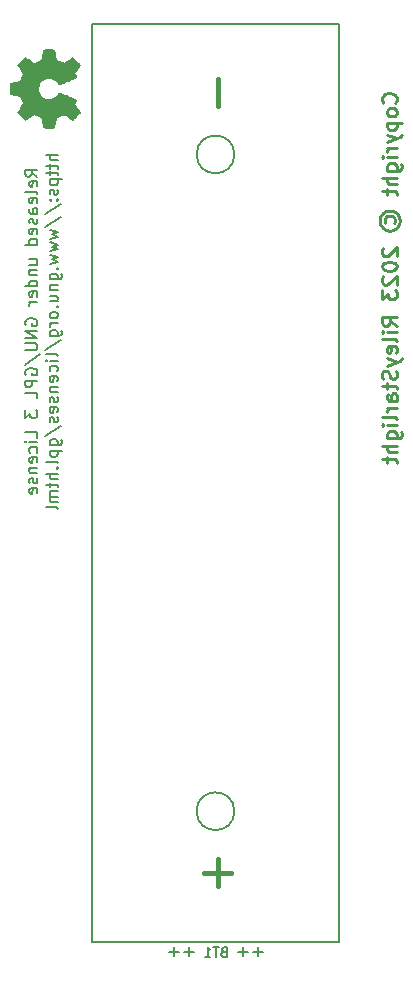
<source format=gbo>
G04 #@! TF.GenerationSoftware,KiCad,Pcbnew,5.1.12-84ad8e8a86~92~ubuntu18.04.1*
G04 #@! TF.CreationDate,2023-10-05T13:55:54+02:00*
G04 #@! TF.ProjectId,acoustic-impact-ball,61636f75-7374-4696-932d-696d70616374,rev?*
G04 #@! TF.SameCoordinates,Original*
G04 #@! TF.FileFunction,Legend,Bot*
G04 #@! TF.FilePolarity,Positive*
%FSLAX46Y46*%
G04 Gerber Fmt 4.6, Leading zero omitted, Abs format (unit mm)*
G04 Created by KiCad (PCBNEW 5.1.12-84ad8e8a86~92~ubuntu18.04.1) date 2023-10-05 13:55:54*
%MOMM*%
%LPD*%
G01*
G04 APERTURE LIST*
%ADD10C,0.203200*%
%ADD11C,0.254000*%
%ADD12C,0.152400*%
%ADD13C,0.010000*%
%ADD14C,0.150000*%
%ADD15C,0.400000*%
G04 APERTURE END LIST*
D10*
X3914019Y-14066761D02*
X3430209Y-13728095D01*
X3914019Y-13486190D02*
X2898019Y-13486190D01*
X2898019Y-13873238D01*
X2946400Y-13970000D01*
X2994780Y-14018380D01*
X3091542Y-14066761D01*
X3236685Y-14066761D01*
X3333447Y-14018380D01*
X3381828Y-13970000D01*
X3430209Y-13873238D01*
X3430209Y-13486190D01*
X3865638Y-14889238D02*
X3914019Y-14792476D01*
X3914019Y-14598952D01*
X3865638Y-14502190D01*
X3768876Y-14453809D01*
X3381828Y-14453809D01*
X3285066Y-14502190D01*
X3236685Y-14598952D01*
X3236685Y-14792476D01*
X3285066Y-14889238D01*
X3381828Y-14937619D01*
X3478590Y-14937619D01*
X3575352Y-14453809D01*
X3914019Y-15518190D02*
X3865638Y-15421428D01*
X3768876Y-15373047D01*
X2898019Y-15373047D01*
X3865638Y-16292285D02*
X3914019Y-16195523D01*
X3914019Y-16002000D01*
X3865638Y-15905238D01*
X3768876Y-15856857D01*
X3381828Y-15856857D01*
X3285066Y-15905238D01*
X3236685Y-16002000D01*
X3236685Y-16195523D01*
X3285066Y-16292285D01*
X3381828Y-16340666D01*
X3478590Y-16340666D01*
X3575352Y-15856857D01*
X3914019Y-17211523D02*
X3381828Y-17211523D01*
X3285066Y-17163142D01*
X3236685Y-17066380D01*
X3236685Y-16872857D01*
X3285066Y-16776095D01*
X3865638Y-17211523D02*
X3914019Y-17114761D01*
X3914019Y-16872857D01*
X3865638Y-16776095D01*
X3768876Y-16727714D01*
X3672114Y-16727714D01*
X3575352Y-16776095D01*
X3526971Y-16872857D01*
X3526971Y-17114761D01*
X3478590Y-17211523D01*
X3865638Y-17646952D02*
X3914019Y-17743714D01*
X3914019Y-17937238D01*
X3865638Y-18034000D01*
X3768876Y-18082380D01*
X3720495Y-18082380D01*
X3623733Y-18034000D01*
X3575352Y-17937238D01*
X3575352Y-17792095D01*
X3526971Y-17695333D01*
X3430209Y-17646952D01*
X3381828Y-17646952D01*
X3285066Y-17695333D01*
X3236685Y-17792095D01*
X3236685Y-17937238D01*
X3285066Y-18034000D01*
X3865638Y-18904857D02*
X3914019Y-18808095D01*
X3914019Y-18614571D01*
X3865638Y-18517809D01*
X3768876Y-18469428D01*
X3381828Y-18469428D01*
X3285066Y-18517809D01*
X3236685Y-18614571D01*
X3236685Y-18808095D01*
X3285066Y-18904857D01*
X3381828Y-18953238D01*
X3478590Y-18953238D01*
X3575352Y-18469428D01*
X3914019Y-19824095D02*
X2898019Y-19824095D01*
X3865638Y-19824095D02*
X3914019Y-19727333D01*
X3914019Y-19533809D01*
X3865638Y-19437047D01*
X3817257Y-19388666D01*
X3720495Y-19340285D01*
X3430209Y-19340285D01*
X3333447Y-19388666D01*
X3285066Y-19437047D01*
X3236685Y-19533809D01*
X3236685Y-19727333D01*
X3285066Y-19824095D01*
X3236685Y-21517428D02*
X3914019Y-21517428D01*
X3236685Y-21081999D02*
X3768876Y-21081999D01*
X3865638Y-21130380D01*
X3914019Y-21227142D01*
X3914019Y-21372285D01*
X3865638Y-21469047D01*
X3817257Y-21517428D01*
X3236685Y-22001238D02*
X3914019Y-22001238D01*
X3333447Y-22001238D02*
X3285066Y-22049619D01*
X3236685Y-22146380D01*
X3236685Y-22291523D01*
X3285066Y-22388285D01*
X3381828Y-22436666D01*
X3914019Y-22436666D01*
X3914019Y-23355904D02*
X2898019Y-23355904D01*
X3865638Y-23355904D02*
X3914019Y-23259142D01*
X3914019Y-23065619D01*
X3865638Y-22968857D01*
X3817257Y-22920476D01*
X3720495Y-22872095D01*
X3430209Y-22872095D01*
X3333447Y-22920476D01*
X3285066Y-22968857D01*
X3236685Y-23065619D01*
X3236685Y-23259142D01*
X3285066Y-23355904D01*
X3865638Y-24226761D02*
X3914019Y-24130000D01*
X3914019Y-23936476D01*
X3865638Y-23839714D01*
X3768876Y-23791333D01*
X3381828Y-23791333D01*
X3285066Y-23839714D01*
X3236685Y-23936476D01*
X3236685Y-24130000D01*
X3285066Y-24226761D01*
X3381828Y-24275142D01*
X3478590Y-24275142D01*
X3575352Y-23791333D01*
X3914019Y-24710571D02*
X3236685Y-24710571D01*
X3430209Y-24710571D02*
X3333447Y-24758952D01*
X3285066Y-24807333D01*
X3236685Y-24904095D01*
X3236685Y-25000857D01*
X2946400Y-26645809D02*
X2898019Y-26549047D01*
X2898019Y-26403904D01*
X2946400Y-26258761D01*
X3043161Y-26162000D01*
X3139923Y-26113619D01*
X3333447Y-26065238D01*
X3478590Y-26065238D01*
X3672114Y-26113619D01*
X3768876Y-26162000D01*
X3865638Y-26258761D01*
X3914019Y-26403904D01*
X3914019Y-26500666D01*
X3865638Y-26645809D01*
X3817257Y-26694190D01*
X3478590Y-26694190D01*
X3478590Y-26500666D01*
X3914019Y-27129619D02*
X2898019Y-27129619D01*
X3914019Y-27710190D01*
X2898019Y-27710190D01*
X2898019Y-28194000D02*
X3720495Y-28194000D01*
X3817257Y-28242380D01*
X3865638Y-28290761D01*
X3914019Y-28387523D01*
X3914019Y-28581047D01*
X3865638Y-28677809D01*
X3817257Y-28726190D01*
X3720495Y-28774571D01*
X2898019Y-28774571D01*
X2849638Y-29984095D02*
X4155923Y-29113238D01*
X2946400Y-30854952D02*
X2898019Y-30758190D01*
X2898019Y-30613047D01*
X2946400Y-30467904D01*
X3043161Y-30371142D01*
X3139923Y-30322761D01*
X3333447Y-30274380D01*
X3478590Y-30274380D01*
X3672114Y-30322761D01*
X3768876Y-30371142D01*
X3865638Y-30467904D01*
X3914019Y-30613047D01*
X3914019Y-30709809D01*
X3865638Y-30854952D01*
X3817257Y-30903333D01*
X3478590Y-30903333D01*
X3478590Y-30709809D01*
X3914019Y-31338761D02*
X2898019Y-31338761D01*
X2898019Y-31725809D01*
X2946399Y-31822571D01*
X2994780Y-31870952D01*
X3091542Y-31919333D01*
X3236685Y-31919333D01*
X3333447Y-31870952D01*
X3381828Y-31822571D01*
X3430209Y-31725809D01*
X3430209Y-31338761D01*
X3914019Y-32838571D02*
X3914019Y-32354761D01*
X2898019Y-32354761D01*
X2898019Y-33854571D02*
X2898019Y-34483523D01*
X3285066Y-34144857D01*
X3285066Y-34290000D01*
X3333447Y-34386761D01*
X3381828Y-34435142D01*
X3478590Y-34483523D01*
X3720495Y-34483523D01*
X3817257Y-34435142D01*
X3865638Y-34386761D01*
X3914019Y-34290000D01*
X3914019Y-33999714D01*
X3865638Y-33902952D01*
X3817257Y-33854571D01*
X3914019Y-36176857D02*
X3914019Y-35693047D01*
X2898019Y-35693047D01*
X3914019Y-36515523D02*
X3236685Y-36515523D01*
X2898019Y-36515523D02*
X2946399Y-36467142D01*
X2994780Y-36515523D01*
X2946399Y-36563904D01*
X2898019Y-36515523D01*
X2994780Y-36515523D01*
X3865638Y-37434761D02*
X3914019Y-37338000D01*
X3914019Y-37144476D01*
X3865638Y-37047714D01*
X3817257Y-36999333D01*
X3720495Y-36950952D01*
X3430209Y-36950952D01*
X3333447Y-36999333D01*
X3285066Y-37047714D01*
X3236685Y-37144476D01*
X3236685Y-37338000D01*
X3285066Y-37434761D01*
X3865638Y-38257238D02*
X3914019Y-38160476D01*
X3914019Y-37966952D01*
X3865638Y-37870190D01*
X3768876Y-37821809D01*
X3381828Y-37821809D01*
X3285066Y-37870190D01*
X3236685Y-37966952D01*
X3236685Y-38160476D01*
X3285066Y-38257238D01*
X3381828Y-38305619D01*
X3478590Y-38305619D01*
X3575352Y-37821809D01*
X3236685Y-38741047D02*
X3914019Y-38741047D01*
X3333447Y-38741047D02*
X3285066Y-38789428D01*
X3236685Y-38886190D01*
X3236685Y-39031333D01*
X3285066Y-39128095D01*
X3381828Y-39176476D01*
X3914019Y-39176476D01*
X3865638Y-39611904D02*
X3914019Y-39708666D01*
X3914019Y-39902190D01*
X3865638Y-39998952D01*
X3768876Y-40047333D01*
X3720495Y-40047333D01*
X3623733Y-39998952D01*
X3575352Y-39902190D01*
X3575352Y-39757047D01*
X3526971Y-39660285D01*
X3430209Y-39611904D01*
X3381828Y-39611904D01*
X3285066Y-39660285D01*
X3236685Y-39757047D01*
X3236685Y-39902190D01*
X3285066Y-39998952D01*
X3865638Y-40869809D02*
X3914019Y-40773047D01*
X3914019Y-40579523D01*
X3865638Y-40482761D01*
X3768876Y-40434380D01*
X3381828Y-40434380D01*
X3285066Y-40482761D01*
X3236685Y-40579523D01*
X3236685Y-40773047D01*
X3285066Y-40869809D01*
X3381828Y-40918190D01*
X3478590Y-40918190D01*
X3575352Y-40434380D01*
X5641219Y-12228285D02*
X4625219Y-12228285D01*
X5641219Y-12663714D02*
X5109028Y-12663714D01*
X5012266Y-12615333D01*
X4963885Y-12518571D01*
X4963885Y-12373428D01*
X5012266Y-12276666D01*
X5060647Y-12228285D01*
X4963885Y-13002380D02*
X4963885Y-13389428D01*
X4625219Y-13147523D02*
X5496076Y-13147523D01*
X5592838Y-13195904D01*
X5641219Y-13292666D01*
X5641219Y-13389428D01*
X4963885Y-13582952D02*
X4963885Y-13969999D01*
X4625219Y-13728095D02*
X5496076Y-13728095D01*
X5592838Y-13776476D01*
X5641219Y-13873238D01*
X5641219Y-13969999D01*
X4963885Y-14308666D02*
X5979885Y-14308666D01*
X5012266Y-14308666D02*
X4963885Y-14405428D01*
X4963885Y-14598952D01*
X5012266Y-14695714D01*
X5060647Y-14744095D01*
X5157409Y-14792476D01*
X5447695Y-14792476D01*
X5544457Y-14744095D01*
X5592838Y-14695714D01*
X5641219Y-14598952D01*
X5641219Y-14405428D01*
X5592838Y-14308666D01*
X5592838Y-15179523D02*
X5641219Y-15276285D01*
X5641219Y-15469809D01*
X5592838Y-15566571D01*
X5496076Y-15614952D01*
X5447695Y-15614952D01*
X5350933Y-15566571D01*
X5302552Y-15469809D01*
X5302552Y-15324666D01*
X5254171Y-15227904D01*
X5157409Y-15179523D01*
X5109028Y-15179523D01*
X5012266Y-15227904D01*
X4963885Y-15324666D01*
X4963885Y-15469809D01*
X5012266Y-15566571D01*
X5544457Y-16050380D02*
X5592838Y-16098761D01*
X5641219Y-16050380D01*
X5592838Y-16002000D01*
X5544457Y-16050380D01*
X5641219Y-16050380D01*
X5012266Y-16050380D02*
X5060647Y-16098761D01*
X5109028Y-16050380D01*
X5060647Y-16002000D01*
X5012266Y-16050380D01*
X5109028Y-16050380D01*
X4576838Y-17259904D02*
X5883123Y-16389047D01*
X4576838Y-18324285D02*
X5883123Y-17453428D01*
X4963885Y-18566190D02*
X5641219Y-18759714D01*
X5157409Y-18953238D01*
X5641219Y-19146761D01*
X4963885Y-19340285D01*
X4963885Y-19630571D02*
X5641219Y-19824095D01*
X5157409Y-20017619D01*
X5641219Y-20211142D01*
X4963885Y-20404666D01*
X4963885Y-20694952D02*
X5641219Y-20888476D01*
X5157409Y-21081999D01*
X5641219Y-21275523D01*
X4963885Y-21469047D01*
X5544457Y-21856095D02*
X5592838Y-21904476D01*
X5641219Y-21856095D01*
X5592838Y-21807714D01*
X5544457Y-21856095D01*
X5641219Y-21856095D01*
X4963885Y-22775333D02*
X5786361Y-22775333D01*
X5883123Y-22726952D01*
X5931504Y-22678571D01*
X5979885Y-22581809D01*
X5979885Y-22436666D01*
X5931504Y-22339904D01*
X5592838Y-22775333D02*
X5641219Y-22678571D01*
X5641219Y-22485047D01*
X5592838Y-22388285D01*
X5544457Y-22339904D01*
X5447695Y-22291523D01*
X5157409Y-22291523D01*
X5060647Y-22339904D01*
X5012266Y-22388285D01*
X4963885Y-22485047D01*
X4963885Y-22678571D01*
X5012266Y-22775333D01*
X4963885Y-23259142D02*
X5641219Y-23259142D01*
X5060647Y-23259142D02*
X5012266Y-23307523D01*
X4963885Y-23404285D01*
X4963885Y-23549428D01*
X5012266Y-23646190D01*
X5109028Y-23694571D01*
X5641219Y-23694571D01*
X4963885Y-24613809D02*
X5641219Y-24613809D01*
X4963885Y-24178380D02*
X5496076Y-24178380D01*
X5592838Y-24226761D01*
X5641219Y-24323523D01*
X5641219Y-24468666D01*
X5592838Y-24565428D01*
X5544457Y-24613809D01*
X5544457Y-25097619D02*
X5592838Y-25145999D01*
X5641219Y-25097619D01*
X5592838Y-25049238D01*
X5544457Y-25097619D01*
X5641219Y-25097619D01*
X5641219Y-25726571D02*
X5592838Y-25629809D01*
X5544457Y-25581428D01*
X5447695Y-25533047D01*
X5157409Y-25533047D01*
X5060647Y-25581428D01*
X5012266Y-25629809D01*
X4963885Y-25726571D01*
X4963885Y-25871714D01*
X5012266Y-25968476D01*
X5060647Y-26016857D01*
X5157409Y-26065238D01*
X5447695Y-26065238D01*
X5544457Y-26016857D01*
X5592838Y-25968476D01*
X5641219Y-25871714D01*
X5641219Y-25726571D01*
X5641219Y-26500666D02*
X4963885Y-26500666D01*
X5157409Y-26500666D02*
X5060647Y-26549047D01*
X5012266Y-26597428D01*
X4963885Y-26694190D01*
X4963885Y-26790952D01*
X4963885Y-27565047D02*
X5786361Y-27565047D01*
X5883123Y-27516666D01*
X5931504Y-27468285D01*
X5979885Y-27371523D01*
X5979885Y-27226380D01*
X5931504Y-27129619D01*
X5592838Y-27565047D02*
X5641219Y-27468285D01*
X5641219Y-27274761D01*
X5592838Y-27177999D01*
X5544457Y-27129619D01*
X5447695Y-27081238D01*
X5157409Y-27081238D01*
X5060647Y-27129619D01*
X5012266Y-27177999D01*
X4963885Y-27274761D01*
X4963885Y-27468285D01*
X5012266Y-27565047D01*
X4576838Y-28774571D02*
X5883123Y-27903714D01*
X5641219Y-29258380D02*
X5592838Y-29161619D01*
X5496076Y-29113238D01*
X4625219Y-29113238D01*
X5641219Y-29645428D02*
X4963885Y-29645428D01*
X4625219Y-29645428D02*
X4673600Y-29597047D01*
X4721980Y-29645428D01*
X4673600Y-29693809D01*
X4625219Y-29645428D01*
X4721980Y-29645428D01*
X5592838Y-30564666D02*
X5641219Y-30467904D01*
X5641219Y-30274380D01*
X5592838Y-30177619D01*
X5544457Y-30129238D01*
X5447695Y-30080857D01*
X5157409Y-30080857D01*
X5060647Y-30129238D01*
X5012266Y-30177619D01*
X4963885Y-30274380D01*
X4963885Y-30467904D01*
X5012266Y-30564666D01*
X5592838Y-31387142D02*
X5641219Y-31290380D01*
X5641219Y-31096857D01*
X5592838Y-31000095D01*
X5496076Y-30951714D01*
X5109028Y-30951714D01*
X5012266Y-31000095D01*
X4963885Y-31096857D01*
X4963885Y-31290380D01*
X5012266Y-31387142D01*
X5109028Y-31435523D01*
X5205790Y-31435523D01*
X5302552Y-30951714D01*
X4963885Y-31870952D02*
X5641219Y-31870952D01*
X5060647Y-31870952D02*
X5012266Y-31919333D01*
X4963885Y-32016095D01*
X4963885Y-32161238D01*
X5012266Y-32257999D01*
X5109028Y-32306380D01*
X5641219Y-32306380D01*
X5592838Y-32741809D02*
X5641219Y-32838571D01*
X5641219Y-33032095D01*
X5592838Y-33128857D01*
X5496076Y-33177238D01*
X5447695Y-33177238D01*
X5350933Y-33128857D01*
X5302552Y-33032095D01*
X5302552Y-32886952D01*
X5254171Y-32790190D01*
X5157409Y-32741809D01*
X5109028Y-32741809D01*
X5012266Y-32790190D01*
X4963885Y-32886952D01*
X4963885Y-33032095D01*
X5012266Y-33128857D01*
X5592838Y-33999714D02*
X5641219Y-33902952D01*
X5641219Y-33709428D01*
X5592838Y-33612666D01*
X5496076Y-33564285D01*
X5109028Y-33564285D01*
X5012266Y-33612666D01*
X4963885Y-33709428D01*
X4963885Y-33902952D01*
X5012266Y-33999714D01*
X5109028Y-34048095D01*
X5205790Y-34048095D01*
X5302552Y-33564285D01*
X5592838Y-34435142D02*
X5641219Y-34531904D01*
X5641219Y-34725428D01*
X5592838Y-34822190D01*
X5496076Y-34870571D01*
X5447695Y-34870571D01*
X5350933Y-34822190D01*
X5302552Y-34725428D01*
X5302552Y-34580285D01*
X5254171Y-34483523D01*
X5157409Y-34435142D01*
X5109028Y-34435142D01*
X5012266Y-34483523D01*
X4963885Y-34580285D01*
X4963885Y-34725428D01*
X5012266Y-34822190D01*
X4576838Y-36031714D02*
X5883123Y-35160857D01*
X4963885Y-36805809D02*
X5786361Y-36805809D01*
X5883123Y-36757428D01*
X5931504Y-36709047D01*
X5979885Y-36612285D01*
X5979885Y-36467142D01*
X5931504Y-36370380D01*
X5592838Y-36805809D02*
X5641219Y-36709047D01*
X5641219Y-36515523D01*
X5592838Y-36418761D01*
X5544457Y-36370380D01*
X5447695Y-36322000D01*
X5157409Y-36322000D01*
X5060647Y-36370380D01*
X5012266Y-36418761D01*
X4963885Y-36515523D01*
X4963885Y-36709047D01*
X5012266Y-36805809D01*
X4963885Y-37289619D02*
X5979885Y-37289619D01*
X5012266Y-37289619D02*
X4963885Y-37386380D01*
X4963885Y-37579904D01*
X5012266Y-37676666D01*
X5060647Y-37725047D01*
X5157409Y-37773428D01*
X5447695Y-37773428D01*
X5544457Y-37725047D01*
X5592838Y-37676666D01*
X5641219Y-37579904D01*
X5641219Y-37386380D01*
X5592838Y-37289619D01*
X5641219Y-38354000D02*
X5592838Y-38257238D01*
X5496076Y-38208857D01*
X4625219Y-38208857D01*
X5544457Y-38741047D02*
X5592838Y-38789428D01*
X5641219Y-38741047D01*
X5592838Y-38692666D01*
X5544457Y-38741047D01*
X5641219Y-38741047D01*
X5641219Y-39224857D02*
X4625219Y-39224857D01*
X5641219Y-39660285D02*
X5109028Y-39660285D01*
X5012266Y-39611904D01*
X4963885Y-39515142D01*
X4963885Y-39370000D01*
X5012266Y-39273238D01*
X5060647Y-39224857D01*
X4963885Y-39998952D02*
X4963885Y-40386000D01*
X4625219Y-40144095D02*
X5496076Y-40144095D01*
X5592838Y-40192476D01*
X5641219Y-40289238D01*
X5641219Y-40386000D01*
X5641219Y-40724666D02*
X4963885Y-40724666D01*
X5060647Y-40724666D02*
X5012266Y-40773047D01*
X4963885Y-40869809D01*
X4963885Y-41014952D01*
X5012266Y-41111714D01*
X5109028Y-41160095D01*
X5641219Y-41160095D01*
X5109028Y-41160095D02*
X5012266Y-41208476D01*
X4963885Y-41305238D01*
X4963885Y-41450380D01*
X5012266Y-41547142D01*
X5109028Y-41595523D01*
X5641219Y-41595523D01*
X5641219Y-42224476D02*
X5592838Y-42127714D01*
X5496076Y-42079333D01*
X4625219Y-42079333D01*
D11*
X34235571Y-7819571D02*
X34296047Y-7759095D01*
X34356523Y-7577666D01*
X34356523Y-7456714D01*
X34296047Y-7275285D01*
X34175095Y-7154333D01*
X34054142Y-7093857D01*
X33812238Y-7033380D01*
X33630809Y-7033380D01*
X33388904Y-7093857D01*
X33267952Y-7154333D01*
X33147000Y-7275285D01*
X33086523Y-7456714D01*
X33086523Y-7577666D01*
X33147000Y-7759095D01*
X33207476Y-7819571D01*
X34356523Y-8545285D02*
X34296047Y-8424333D01*
X34235571Y-8363857D01*
X34114619Y-8303380D01*
X33751761Y-8303380D01*
X33630809Y-8363857D01*
X33570333Y-8424333D01*
X33509857Y-8545285D01*
X33509857Y-8726714D01*
X33570333Y-8847666D01*
X33630809Y-8908142D01*
X33751761Y-8968619D01*
X34114619Y-8968619D01*
X34235571Y-8908142D01*
X34296047Y-8847666D01*
X34356523Y-8726714D01*
X34356523Y-8545285D01*
X33509857Y-9512904D02*
X34779857Y-9512904D01*
X33570333Y-9512904D02*
X33509857Y-9633857D01*
X33509857Y-9875761D01*
X33570333Y-9996714D01*
X33630809Y-10057190D01*
X33751761Y-10117666D01*
X34114619Y-10117666D01*
X34235571Y-10057190D01*
X34296047Y-9996714D01*
X34356523Y-9875761D01*
X34356523Y-9633857D01*
X34296047Y-9512904D01*
X33509857Y-10541000D02*
X34356523Y-10843380D01*
X33509857Y-11145761D02*
X34356523Y-10843380D01*
X34658904Y-10722428D01*
X34719380Y-10661952D01*
X34779857Y-10541000D01*
X34356523Y-11629571D02*
X33509857Y-11629571D01*
X33751761Y-11629571D02*
X33630809Y-11690047D01*
X33570333Y-11750523D01*
X33509857Y-11871476D01*
X33509857Y-11992428D01*
X34356523Y-12415761D02*
X33509857Y-12415761D01*
X33086523Y-12415761D02*
X33147000Y-12355285D01*
X33207476Y-12415761D01*
X33147000Y-12476238D01*
X33086523Y-12415761D01*
X33207476Y-12415761D01*
X33509857Y-13564809D02*
X34537952Y-13564809D01*
X34658904Y-13504333D01*
X34719380Y-13443857D01*
X34779857Y-13322904D01*
X34779857Y-13141476D01*
X34719380Y-13020523D01*
X34296047Y-13564809D02*
X34356523Y-13443857D01*
X34356523Y-13201952D01*
X34296047Y-13081000D01*
X34235571Y-13020523D01*
X34114619Y-12960047D01*
X33751761Y-12960047D01*
X33630809Y-13020523D01*
X33570333Y-13081000D01*
X33509857Y-13201952D01*
X33509857Y-13443857D01*
X33570333Y-13564809D01*
X34356523Y-14169571D02*
X33086523Y-14169571D01*
X34356523Y-14713857D02*
X33691285Y-14713857D01*
X33570333Y-14653380D01*
X33509857Y-14532428D01*
X33509857Y-14351000D01*
X33570333Y-14230047D01*
X33630809Y-14169571D01*
X33509857Y-15137190D02*
X33509857Y-15621000D01*
X33086523Y-15318619D02*
X34175095Y-15318619D01*
X34296047Y-15379095D01*
X34356523Y-15500047D01*
X34356523Y-15621000D01*
X33388904Y-18040047D02*
X33328428Y-17919095D01*
X33328428Y-17677190D01*
X33388904Y-17556238D01*
X33509857Y-17435285D01*
X33630809Y-17374809D01*
X33872714Y-17374809D01*
X33993666Y-17435285D01*
X34114619Y-17556238D01*
X34175095Y-17677190D01*
X34175095Y-17919095D01*
X34114619Y-18040047D01*
X32905095Y-17798142D02*
X32965571Y-17495761D01*
X33147000Y-17193380D01*
X33449380Y-17011952D01*
X33751761Y-16951476D01*
X34054142Y-17011952D01*
X34356523Y-17193380D01*
X34537952Y-17495761D01*
X34598428Y-17798142D01*
X34537952Y-18100523D01*
X34356523Y-18402904D01*
X34054142Y-18584333D01*
X33751761Y-18644809D01*
X33449380Y-18584333D01*
X33147000Y-18402904D01*
X32965571Y-18100523D01*
X32905095Y-17798142D01*
X33207476Y-20096238D02*
X33147000Y-20156714D01*
X33086523Y-20277666D01*
X33086523Y-20580047D01*
X33147000Y-20701000D01*
X33207476Y-20761476D01*
X33328428Y-20821952D01*
X33449380Y-20821952D01*
X33630809Y-20761476D01*
X34356523Y-20035761D01*
X34356523Y-20821952D01*
X33086523Y-21608142D02*
X33086523Y-21729095D01*
X33147000Y-21850047D01*
X33207476Y-21910523D01*
X33328428Y-21971000D01*
X33570333Y-22031476D01*
X33872714Y-22031476D01*
X34114619Y-21971000D01*
X34235571Y-21910523D01*
X34296047Y-21850047D01*
X34356523Y-21729095D01*
X34356523Y-21608142D01*
X34296047Y-21487190D01*
X34235571Y-21426714D01*
X34114619Y-21366238D01*
X33872714Y-21305761D01*
X33570333Y-21305761D01*
X33328428Y-21366238D01*
X33207476Y-21426714D01*
X33147000Y-21487190D01*
X33086523Y-21608142D01*
X33207476Y-22515285D02*
X33147000Y-22575761D01*
X33086523Y-22696714D01*
X33086523Y-22999095D01*
X33147000Y-23120047D01*
X33207476Y-23180523D01*
X33328428Y-23241000D01*
X33449380Y-23241000D01*
X33630809Y-23180523D01*
X34356523Y-22454809D01*
X34356523Y-23241000D01*
X33086523Y-23664333D02*
X33086523Y-24450523D01*
X33570333Y-24027190D01*
X33570333Y-24208619D01*
X33630809Y-24329571D01*
X33691285Y-24390047D01*
X33812238Y-24450523D01*
X34114619Y-24450523D01*
X34235571Y-24390047D01*
X34296047Y-24329571D01*
X34356523Y-24208619D01*
X34356523Y-23845761D01*
X34296047Y-23724809D01*
X34235571Y-23664333D01*
X34356523Y-26688142D02*
X33751761Y-26264809D01*
X34356523Y-25962428D02*
X33086523Y-25962428D01*
X33086523Y-26446238D01*
X33147000Y-26567190D01*
X33207476Y-26627666D01*
X33328428Y-26688142D01*
X33509857Y-26688142D01*
X33630809Y-26627666D01*
X33691285Y-26567190D01*
X33751761Y-26446238D01*
X33751761Y-25962428D01*
X34356523Y-27232428D02*
X33509857Y-27232428D01*
X33086523Y-27232428D02*
X33147000Y-27171952D01*
X33207476Y-27232428D01*
X33147000Y-27292904D01*
X33086523Y-27232428D01*
X33207476Y-27232428D01*
X34356523Y-28018619D02*
X34296047Y-27897666D01*
X34175095Y-27837190D01*
X33086523Y-27837190D01*
X34296047Y-28986238D02*
X34356523Y-28865285D01*
X34356523Y-28623380D01*
X34296047Y-28502428D01*
X34175095Y-28441952D01*
X33691285Y-28441952D01*
X33570333Y-28502428D01*
X33509857Y-28623380D01*
X33509857Y-28865285D01*
X33570333Y-28986238D01*
X33691285Y-29046714D01*
X33812238Y-29046714D01*
X33933190Y-28441952D01*
X33509857Y-29470047D02*
X34356523Y-29772428D01*
X33509857Y-30074809D02*
X34356523Y-29772428D01*
X34658904Y-29651476D01*
X34719380Y-29591000D01*
X34779857Y-29470047D01*
X34296047Y-30498142D02*
X34356523Y-30679571D01*
X34356523Y-30981952D01*
X34296047Y-31102904D01*
X34235571Y-31163380D01*
X34114619Y-31223857D01*
X33993666Y-31223857D01*
X33872714Y-31163380D01*
X33812238Y-31102904D01*
X33751761Y-30981952D01*
X33691285Y-30740047D01*
X33630809Y-30619095D01*
X33570333Y-30558619D01*
X33449380Y-30498142D01*
X33328428Y-30498142D01*
X33207476Y-30558619D01*
X33147000Y-30619095D01*
X33086523Y-30740047D01*
X33086523Y-31042428D01*
X33147000Y-31223857D01*
X33509857Y-31586714D02*
X33509857Y-32070523D01*
X33086523Y-31768142D02*
X34175095Y-31768142D01*
X34296047Y-31828619D01*
X34356523Y-31949571D01*
X34356523Y-32070523D01*
X34356523Y-33038142D02*
X33691285Y-33038142D01*
X33570333Y-32977666D01*
X33509857Y-32856714D01*
X33509857Y-32614809D01*
X33570333Y-32493857D01*
X34296047Y-33038142D02*
X34356523Y-32917190D01*
X34356523Y-32614809D01*
X34296047Y-32493857D01*
X34175095Y-32433380D01*
X34054142Y-32433380D01*
X33933190Y-32493857D01*
X33872714Y-32614809D01*
X33872714Y-32917190D01*
X33812238Y-33038142D01*
X34356523Y-33642904D02*
X33509857Y-33642904D01*
X33751761Y-33642904D02*
X33630809Y-33703380D01*
X33570333Y-33763857D01*
X33509857Y-33884809D01*
X33509857Y-34005761D01*
X34356523Y-34610523D02*
X34296047Y-34489571D01*
X34175095Y-34429095D01*
X33086523Y-34429095D01*
X34356523Y-35094333D02*
X33509857Y-35094333D01*
X33086523Y-35094333D02*
X33147000Y-35033857D01*
X33207476Y-35094333D01*
X33147000Y-35154809D01*
X33086523Y-35094333D01*
X33207476Y-35094333D01*
X33509857Y-36243380D02*
X34537952Y-36243380D01*
X34658904Y-36182904D01*
X34719380Y-36122428D01*
X34779857Y-36001476D01*
X34779857Y-35820047D01*
X34719380Y-35699095D01*
X34296047Y-36243380D02*
X34356523Y-36122428D01*
X34356523Y-35880523D01*
X34296047Y-35759571D01*
X34235571Y-35699095D01*
X34114619Y-35638619D01*
X33751761Y-35638619D01*
X33630809Y-35699095D01*
X33570333Y-35759571D01*
X33509857Y-35880523D01*
X33509857Y-36122428D01*
X33570333Y-36243380D01*
X34356523Y-36848142D02*
X33086523Y-36848142D01*
X34356523Y-37392428D02*
X33691285Y-37392428D01*
X33570333Y-37331952D01*
X33509857Y-37211000D01*
X33509857Y-37029571D01*
X33570333Y-36908619D01*
X33630809Y-36848142D01*
X33509857Y-37815761D02*
X33509857Y-38299571D01*
X33086523Y-37997190D02*
X34175095Y-37997190D01*
X34296047Y-38057666D01*
X34356523Y-38178619D01*
X34356523Y-38299571D01*
D12*
X15106952Y-79683428D02*
X15881047Y-79683428D01*
X15494000Y-79296380D02*
X15494000Y-80070476D01*
X16376952Y-79683428D02*
X17151047Y-79683428D01*
X16764000Y-79296380D02*
X16764000Y-80070476D01*
X22218952Y-79683428D02*
X22993047Y-79683428D01*
X22606000Y-79296380D02*
X22606000Y-80070476D01*
X20948952Y-79683428D02*
X21723047Y-79683428D01*
X21336000Y-79296380D02*
X21336000Y-80070476D01*
D13*
G36*
X2040931Y-7159814D02*
G01*
X2485555Y-7243635D01*
X2613053Y-7552920D01*
X2740551Y-7862206D01*
X2488246Y-8233246D01*
X2417996Y-8337157D01*
X2355272Y-8431087D01*
X2302938Y-8510652D01*
X2263857Y-8571470D01*
X2240893Y-8609157D01*
X2235942Y-8619421D01*
X2248676Y-8637910D01*
X2283882Y-8677420D01*
X2337062Y-8733522D01*
X2403718Y-8801787D01*
X2479354Y-8877786D01*
X2559472Y-8957092D01*
X2639574Y-9035275D01*
X2715164Y-9107907D01*
X2781745Y-9170559D01*
X2834818Y-9218803D01*
X2869887Y-9248210D01*
X2881623Y-9255241D01*
X2903260Y-9245123D01*
X2950662Y-9216759D01*
X3019193Y-9173129D01*
X3104215Y-9117218D01*
X3201093Y-9052006D01*
X3256350Y-9014219D01*
X3357248Y-8945343D01*
X3448299Y-8884140D01*
X3524970Y-8833578D01*
X3582728Y-8796628D01*
X3617043Y-8776258D01*
X3624254Y-8773197D01*
X3644748Y-8780136D01*
X3692513Y-8799051D01*
X3760832Y-8827087D01*
X3842989Y-8861391D01*
X3932270Y-8899109D01*
X4021958Y-8937387D01*
X4105338Y-8973370D01*
X4175694Y-9004206D01*
X4226310Y-9027039D01*
X4250471Y-9039017D01*
X4251422Y-9039724D01*
X4256036Y-9058531D01*
X4266328Y-9108618D01*
X4281287Y-9184793D01*
X4299901Y-9281865D01*
X4321159Y-9394643D01*
X4333418Y-9460442D01*
X4356362Y-9580950D01*
X4378195Y-9689797D01*
X4397722Y-9781476D01*
X4413748Y-9850481D01*
X4425079Y-9891304D01*
X4428674Y-9899511D01*
X4453006Y-9907548D01*
X4507959Y-9914033D01*
X4587108Y-9918970D01*
X4684026Y-9922364D01*
X4792287Y-9924218D01*
X4905465Y-9924538D01*
X5017135Y-9923327D01*
X5120868Y-9920590D01*
X5210241Y-9916331D01*
X5278826Y-9910555D01*
X5320197Y-9903267D01*
X5328810Y-9898895D01*
X5339133Y-9872764D01*
X5353892Y-9817393D01*
X5371352Y-9740107D01*
X5389780Y-9648230D01*
X5395741Y-9616158D01*
X5424066Y-9461524D01*
X5446876Y-9339375D01*
X5465080Y-9245673D01*
X5479583Y-9176384D01*
X5491292Y-9127471D01*
X5501115Y-9094897D01*
X5509956Y-9074628D01*
X5518724Y-9062626D01*
X5520457Y-9060947D01*
X5548371Y-9044184D01*
X5602695Y-9018614D01*
X5676777Y-8986788D01*
X5763965Y-8951260D01*
X5857608Y-8914583D01*
X5951052Y-8879311D01*
X6037647Y-8847996D01*
X6110740Y-8823193D01*
X6163678Y-8807454D01*
X6189811Y-8803332D01*
X6190726Y-8803676D01*
X6212086Y-8817641D01*
X6259084Y-8849322D01*
X6326827Y-8895391D01*
X6410423Y-8952518D01*
X6504982Y-9017373D01*
X6531854Y-9035843D01*
X6629275Y-9101699D01*
X6718163Y-9159650D01*
X6793412Y-9206538D01*
X6849920Y-9239207D01*
X6882581Y-9254500D01*
X6886593Y-9255241D01*
X6907684Y-9242392D01*
X6949464Y-9206888D01*
X7007445Y-9153293D01*
X7077135Y-9086171D01*
X7154045Y-9010087D01*
X7233683Y-8929604D01*
X7311561Y-8849287D01*
X7383186Y-8773699D01*
X7444070Y-8707405D01*
X7489721Y-8654969D01*
X7515650Y-8620955D01*
X7519883Y-8611545D01*
X7509912Y-8589643D01*
X7483020Y-8544800D01*
X7443736Y-8484321D01*
X7412117Y-8437789D01*
X7354098Y-8353475D01*
X7285784Y-8253626D01*
X7217579Y-8153473D01*
X7181075Y-8099627D01*
X7057800Y-7917371D01*
X7140520Y-7764381D01*
X7176759Y-7694682D01*
X7204926Y-7635414D01*
X7220991Y-7595311D01*
X7223226Y-7585103D01*
X7206722Y-7572829D01*
X7160082Y-7548613D01*
X7087609Y-7514263D01*
X6993606Y-7471588D01*
X6882374Y-7422394D01*
X6758215Y-7368490D01*
X6625432Y-7311684D01*
X6488327Y-7253782D01*
X6351202Y-7196593D01*
X6218358Y-7141924D01*
X6094098Y-7091584D01*
X5982725Y-7047380D01*
X5888539Y-7011119D01*
X5815844Y-6984609D01*
X5768941Y-6969658D01*
X5752833Y-6967254D01*
X5732286Y-6986311D01*
X5698933Y-7028036D01*
X5659702Y-7083706D01*
X5656599Y-7088378D01*
X5541423Y-7232264D01*
X5407053Y-7348283D01*
X5257784Y-7435430D01*
X5097913Y-7492699D01*
X4931737Y-7519086D01*
X4763552Y-7513585D01*
X4597655Y-7475190D01*
X4438342Y-7402895D01*
X4403487Y-7381626D01*
X4262737Y-7270996D01*
X4149714Y-7140302D01*
X4065003Y-6994064D01*
X4009194Y-6836808D01*
X3982874Y-6673057D01*
X3986630Y-6507333D01*
X4021050Y-6344162D01*
X4086723Y-6188065D01*
X4184235Y-6043567D01*
X4223813Y-5998869D01*
X4347703Y-5885112D01*
X4478124Y-5802218D01*
X4624315Y-5745356D01*
X4769088Y-5713687D01*
X4931860Y-5705869D01*
X5095440Y-5731938D01*
X5254298Y-5789245D01*
X5402906Y-5875144D01*
X5535735Y-5986986D01*
X5647256Y-6122123D01*
X5659011Y-6139883D01*
X5697508Y-6196150D01*
X5730863Y-6238923D01*
X5752160Y-6259372D01*
X5752833Y-6259669D01*
X5775871Y-6255279D01*
X5828157Y-6237876D01*
X5905390Y-6209268D01*
X6003268Y-6171265D01*
X6117491Y-6125674D01*
X6243758Y-6074303D01*
X6377767Y-6018962D01*
X6515218Y-5961458D01*
X6651808Y-5903601D01*
X6783237Y-5847198D01*
X6905205Y-5794058D01*
X7013409Y-5745990D01*
X7103549Y-5704801D01*
X7171323Y-5672301D01*
X7212430Y-5650297D01*
X7223226Y-5641436D01*
X7214819Y-5614360D01*
X7192272Y-5563697D01*
X7159613Y-5498183D01*
X7140520Y-5462159D01*
X7057800Y-5309168D01*
X7181075Y-5126912D01*
X7244228Y-5033875D01*
X7313727Y-4932015D01*
X7379165Y-4836562D01*
X7412117Y-4788750D01*
X7457273Y-4721505D01*
X7493057Y-4664564D01*
X7514938Y-4625354D01*
X7519563Y-4612619D01*
X7507085Y-4594083D01*
X7472252Y-4553059D01*
X7418678Y-4493525D01*
X7349983Y-4419458D01*
X7269781Y-4334835D01*
X7218286Y-4281315D01*
X7126286Y-4187681D01*
X7043999Y-4106759D01*
X6974945Y-4041823D01*
X6922644Y-3996142D01*
X6890616Y-3972989D01*
X6884116Y-3970768D01*
X6859394Y-3981076D01*
X6809405Y-4009561D01*
X6739212Y-4053063D01*
X6653875Y-4108423D01*
X6558456Y-4172480D01*
X6531854Y-4190697D01*
X6435167Y-4257073D01*
X6348117Y-4316622D01*
X6275595Y-4366016D01*
X6222493Y-4401925D01*
X6193703Y-4421019D01*
X6190726Y-4422864D01*
X6167782Y-4420105D01*
X6117336Y-4405462D01*
X6046041Y-4381487D01*
X5960547Y-4350734D01*
X5867507Y-4315756D01*
X5773574Y-4279107D01*
X5685399Y-4243339D01*
X5609634Y-4211006D01*
X5552931Y-4184662D01*
X5521943Y-4166858D01*
X5520457Y-4165593D01*
X5511601Y-4154706D01*
X5502843Y-4136318D01*
X5493277Y-4106394D01*
X5481996Y-4060897D01*
X5468093Y-3995791D01*
X5450663Y-3907039D01*
X5428798Y-3790607D01*
X5401591Y-3642458D01*
X5395741Y-3610382D01*
X5377374Y-3515314D01*
X5359405Y-3432435D01*
X5343569Y-3369070D01*
X5331600Y-3332542D01*
X5328810Y-3327644D01*
X5304072Y-3319573D01*
X5248790Y-3313013D01*
X5169389Y-3307967D01*
X5072296Y-3304441D01*
X4963938Y-3302439D01*
X4850740Y-3301964D01*
X4739128Y-3303023D01*
X4635529Y-3305618D01*
X4546368Y-3309754D01*
X4478072Y-3315437D01*
X4437066Y-3322669D01*
X4428674Y-3327029D01*
X4420208Y-3351302D01*
X4406435Y-3406574D01*
X4388550Y-3487338D01*
X4367748Y-3588088D01*
X4345223Y-3703317D01*
X4333418Y-3766098D01*
X4311151Y-3885213D01*
X4290979Y-3991435D01*
X4273915Y-4079573D01*
X4260969Y-4144434D01*
X4253155Y-4180826D01*
X4251422Y-4186816D01*
X4231890Y-4196939D01*
X4184843Y-4218338D01*
X4117003Y-4248161D01*
X4035091Y-4283555D01*
X3945828Y-4321668D01*
X3855935Y-4359647D01*
X3772135Y-4394640D01*
X3701147Y-4423794D01*
X3649694Y-4444257D01*
X3624497Y-4453177D01*
X3623396Y-4453343D01*
X3603519Y-4443231D01*
X3557777Y-4414883D01*
X3490717Y-4371277D01*
X3406884Y-4315394D01*
X3310826Y-4250213D01*
X3255650Y-4212321D01*
X3154481Y-4143275D01*
X3062630Y-4081950D01*
X2984744Y-4031337D01*
X2925469Y-3994429D01*
X2889451Y-3974218D01*
X2881377Y-3971299D01*
X2862584Y-3983847D01*
X2822457Y-4018537D01*
X2765493Y-4070937D01*
X2696185Y-4136616D01*
X2619031Y-4211144D01*
X2538525Y-4290087D01*
X2459163Y-4369017D01*
X2385440Y-4443500D01*
X2321852Y-4509106D01*
X2272894Y-4561404D01*
X2243061Y-4595961D01*
X2235942Y-4607522D01*
X2245953Y-4626346D01*
X2274078Y-4671369D01*
X2317454Y-4738213D01*
X2373218Y-4822501D01*
X2438506Y-4919856D01*
X2488246Y-4993293D01*
X2740551Y-5364333D01*
X2485555Y-5982905D01*
X2040931Y-6066725D01*
X1596307Y-6150546D01*
X1596307Y-7075994D01*
X2040931Y-7159814D01*
G37*
X2040931Y-7159814D02*
X2485555Y-7243635D01*
X2613053Y-7552920D01*
X2740551Y-7862206D01*
X2488246Y-8233246D01*
X2417996Y-8337157D01*
X2355272Y-8431087D01*
X2302938Y-8510652D01*
X2263857Y-8571470D01*
X2240893Y-8609157D01*
X2235942Y-8619421D01*
X2248676Y-8637910D01*
X2283882Y-8677420D01*
X2337062Y-8733522D01*
X2403718Y-8801787D01*
X2479354Y-8877786D01*
X2559472Y-8957092D01*
X2639574Y-9035275D01*
X2715164Y-9107907D01*
X2781745Y-9170559D01*
X2834818Y-9218803D01*
X2869887Y-9248210D01*
X2881623Y-9255241D01*
X2903260Y-9245123D01*
X2950662Y-9216759D01*
X3019193Y-9173129D01*
X3104215Y-9117218D01*
X3201093Y-9052006D01*
X3256350Y-9014219D01*
X3357248Y-8945343D01*
X3448299Y-8884140D01*
X3524970Y-8833578D01*
X3582728Y-8796628D01*
X3617043Y-8776258D01*
X3624254Y-8773197D01*
X3644748Y-8780136D01*
X3692513Y-8799051D01*
X3760832Y-8827087D01*
X3842989Y-8861391D01*
X3932270Y-8899109D01*
X4021958Y-8937387D01*
X4105338Y-8973370D01*
X4175694Y-9004206D01*
X4226310Y-9027039D01*
X4250471Y-9039017D01*
X4251422Y-9039724D01*
X4256036Y-9058531D01*
X4266328Y-9108618D01*
X4281287Y-9184793D01*
X4299901Y-9281865D01*
X4321159Y-9394643D01*
X4333418Y-9460442D01*
X4356362Y-9580950D01*
X4378195Y-9689797D01*
X4397722Y-9781476D01*
X4413748Y-9850481D01*
X4425079Y-9891304D01*
X4428674Y-9899511D01*
X4453006Y-9907548D01*
X4507959Y-9914033D01*
X4587108Y-9918970D01*
X4684026Y-9922364D01*
X4792287Y-9924218D01*
X4905465Y-9924538D01*
X5017135Y-9923327D01*
X5120868Y-9920590D01*
X5210241Y-9916331D01*
X5278826Y-9910555D01*
X5320197Y-9903267D01*
X5328810Y-9898895D01*
X5339133Y-9872764D01*
X5353892Y-9817393D01*
X5371352Y-9740107D01*
X5389780Y-9648230D01*
X5395741Y-9616158D01*
X5424066Y-9461524D01*
X5446876Y-9339375D01*
X5465080Y-9245673D01*
X5479583Y-9176384D01*
X5491292Y-9127471D01*
X5501115Y-9094897D01*
X5509956Y-9074628D01*
X5518724Y-9062626D01*
X5520457Y-9060947D01*
X5548371Y-9044184D01*
X5602695Y-9018614D01*
X5676777Y-8986788D01*
X5763965Y-8951260D01*
X5857608Y-8914583D01*
X5951052Y-8879311D01*
X6037647Y-8847996D01*
X6110740Y-8823193D01*
X6163678Y-8807454D01*
X6189811Y-8803332D01*
X6190726Y-8803676D01*
X6212086Y-8817641D01*
X6259084Y-8849322D01*
X6326827Y-8895391D01*
X6410423Y-8952518D01*
X6504982Y-9017373D01*
X6531854Y-9035843D01*
X6629275Y-9101699D01*
X6718163Y-9159650D01*
X6793412Y-9206538D01*
X6849920Y-9239207D01*
X6882581Y-9254500D01*
X6886593Y-9255241D01*
X6907684Y-9242392D01*
X6949464Y-9206888D01*
X7007445Y-9153293D01*
X7077135Y-9086171D01*
X7154045Y-9010087D01*
X7233683Y-8929604D01*
X7311561Y-8849287D01*
X7383186Y-8773699D01*
X7444070Y-8707405D01*
X7489721Y-8654969D01*
X7515650Y-8620955D01*
X7519883Y-8611545D01*
X7509912Y-8589643D01*
X7483020Y-8544800D01*
X7443736Y-8484321D01*
X7412117Y-8437789D01*
X7354098Y-8353475D01*
X7285784Y-8253626D01*
X7217579Y-8153473D01*
X7181075Y-8099627D01*
X7057800Y-7917371D01*
X7140520Y-7764381D01*
X7176759Y-7694682D01*
X7204926Y-7635414D01*
X7220991Y-7595311D01*
X7223226Y-7585103D01*
X7206722Y-7572829D01*
X7160082Y-7548613D01*
X7087609Y-7514263D01*
X6993606Y-7471588D01*
X6882374Y-7422394D01*
X6758215Y-7368490D01*
X6625432Y-7311684D01*
X6488327Y-7253782D01*
X6351202Y-7196593D01*
X6218358Y-7141924D01*
X6094098Y-7091584D01*
X5982725Y-7047380D01*
X5888539Y-7011119D01*
X5815844Y-6984609D01*
X5768941Y-6969658D01*
X5752833Y-6967254D01*
X5732286Y-6986311D01*
X5698933Y-7028036D01*
X5659702Y-7083706D01*
X5656599Y-7088378D01*
X5541423Y-7232264D01*
X5407053Y-7348283D01*
X5257784Y-7435430D01*
X5097913Y-7492699D01*
X4931737Y-7519086D01*
X4763552Y-7513585D01*
X4597655Y-7475190D01*
X4438342Y-7402895D01*
X4403487Y-7381626D01*
X4262737Y-7270996D01*
X4149714Y-7140302D01*
X4065003Y-6994064D01*
X4009194Y-6836808D01*
X3982874Y-6673057D01*
X3986630Y-6507333D01*
X4021050Y-6344162D01*
X4086723Y-6188065D01*
X4184235Y-6043567D01*
X4223813Y-5998869D01*
X4347703Y-5885112D01*
X4478124Y-5802218D01*
X4624315Y-5745356D01*
X4769088Y-5713687D01*
X4931860Y-5705869D01*
X5095440Y-5731938D01*
X5254298Y-5789245D01*
X5402906Y-5875144D01*
X5535735Y-5986986D01*
X5647256Y-6122123D01*
X5659011Y-6139883D01*
X5697508Y-6196150D01*
X5730863Y-6238923D01*
X5752160Y-6259372D01*
X5752833Y-6259669D01*
X5775871Y-6255279D01*
X5828157Y-6237876D01*
X5905390Y-6209268D01*
X6003268Y-6171265D01*
X6117491Y-6125674D01*
X6243758Y-6074303D01*
X6377767Y-6018962D01*
X6515218Y-5961458D01*
X6651808Y-5903601D01*
X6783237Y-5847198D01*
X6905205Y-5794058D01*
X7013409Y-5745990D01*
X7103549Y-5704801D01*
X7171323Y-5672301D01*
X7212430Y-5650297D01*
X7223226Y-5641436D01*
X7214819Y-5614360D01*
X7192272Y-5563697D01*
X7159613Y-5498183D01*
X7140520Y-5462159D01*
X7057800Y-5309168D01*
X7181075Y-5126912D01*
X7244228Y-5033875D01*
X7313727Y-4932015D01*
X7379165Y-4836562D01*
X7412117Y-4788750D01*
X7457273Y-4721505D01*
X7493057Y-4664564D01*
X7514938Y-4625354D01*
X7519563Y-4612619D01*
X7507085Y-4594083D01*
X7472252Y-4553059D01*
X7418678Y-4493525D01*
X7349983Y-4419458D01*
X7269781Y-4334835D01*
X7218286Y-4281315D01*
X7126286Y-4187681D01*
X7043999Y-4106759D01*
X6974945Y-4041823D01*
X6922644Y-3996142D01*
X6890616Y-3972989D01*
X6884116Y-3970768D01*
X6859394Y-3981076D01*
X6809405Y-4009561D01*
X6739212Y-4053063D01*
X6653875Y-4108423D01*
X6558456Y-4172480D01*
X6531854Y-4190697D01*
X6435167Y-4257073D01*
X6348117Y-4316622D01*
X6275595Y-4366016D01*
X6222493Y-4401925D01*
X6193703Y-4421019D01*
X6190726Y-4422864D01*
X6167782Y-4420105D01*
X6117336Y-4405462D01*
X6046041Y-4381487D01*
X5960547Y-4350734D01*
X5867507Y-4315756D01*
X5773574Y-4279107D01*
X5685399Y-4243339D01*
X5609634Y-4211006D01*
X5552931Y-4184662D01*
X5521943Y-4166858D01*
X5520457Y-4165593D01*
X5511601Y-4154706D01*
X5502843Y-4136318D01*
X5493277Y-4106394D01*
X5481996Y-4060897D01*
X5468093Y-3995791D01*
X5450663Y-3907039D01*
X5428798Y-3790607D01*
X5401591Y-3642458D01*
X5395741Y-3610382D01*
X5377374Y-3515314D01*
X5359405Y-3432435D01*
X5343569Y-3369070D01*
X5331600Y-3332542D01*
X5328810Y-3327644D01*
X5304072Y-3319573D01*
X5248790Y-3313013D01*
X5169389Y-3307967D01*
X5072296Y-3304441D01*
X4963938Y-3302439D01*
X4850740Y-3301964D01*
X4739128Y-3303023D01*
X4635529Y-3305618D01*
X4546368Y-3309754D01*
X4478072Y-3315437D01*
X4437066Y-3322669D01*
X4428674Y-3327029D01*
X4420208Y-3351302D01*
X4406435Y-3406574D01*
X4388550Y-3487338D01*
X4367748Y-3588088D01*
X4345223Y-3703317D01*
X4333418Y-3766098D01*
X4311151Y-3885213D01*
X4290979Y-3991435D01*
X4273915Y-4079573D01*
X4260969Y-4144434D01*
X4253155Y-4180826D01*
X4251422Y-4186816D01*
X4231890Y-4196939D01*
X4184843Y-4218338D01*
X4117003Y-4248161D01*
X4035091Y-4283555D01*
X3945828Y-4321668D01*
X3855935Y-4359647D01*
X3772135Y-4394640D01*
X3701147Y-4423794D01*
X3649694Y-4444257D01*
X3624497Y-4453177D01*
X3623396Y-4453343D01*
X3603519Y-4443231D01*
X3557777Y-4414883D01*
X3490717Y-4371277D01*
X3406884Y-4315394D01*
X3310826Y-4250213D01*
X3255650Y-4212321D01*
X3154481Y-4143275D01*
X3062630Y-4081950D01*
X2984744Y-4031337D01*
X2925469Y-3994429D01*
X2889451Y-3974218D01*
X2881377Y-3971299D01*
X2862584Y-3983847D01*
X2822457Y-4018537D01*
X2765493Y-4070937D01*
X2696185Y-4136616D01*
X2619031Y-4211144D01*
X2538525Y-4290087D01*
X2459163Y-4369017D01*
X2385440Y-4443500D01*
X2321852Y-4509106D01*
X2272894Y-4561404D01*
X2243061Y-4595961D01*
X2235942Y-4607522D01*
X2245953Y-4626346D01*
X2274078Y-4671369D01*
X2317454Y-4738213D01*
X2373218Y-4822501D01*
X2438506Y-4919856D01*
X2488246Y-4993293D01*
X2740551Y-5364333D01*
X2485555Y-5982905D01*
X2040931Y-6066725D01*
X1596307Y-6150546D01*
X1596307Y-7075994D01*
X2040931Y-7159814D01*
D14*
X20600000Y-12195000D02*
G75*
G03*
X20600000Y-12195000I-1600000J0D01*
G01*
X29450000Y-1150000D02*
X8550000Y-1150000D01*
X29450000Y-1150000D02*
X29450000Y-78850000D01*
X29450000Y-78850000D02*
X8550000Y-78850000D01*
X8550000Y-1150000D02*
X8550000Y-78850000D01*
X20600000Y-67805000D02*
G75*
G03*
X20600000Y-67805000I-1600000J0D01*
G01*
D12*
X19688628Y-79697942D02*
X19572514Y-79736647D01*
X19533809Y-79775352D01*
X19495104Y-79852761D01*
X19495104Y-79968876D01*
X19533809Y-80046285D01*
X19572514Y-80084990D01*
X19649923Y-80123695D01*
X19959561Y-80123695D01*
X19959561Y-79310895D01*
X19688628Y-79310895D01*
X19611219Y-79349600D01*
X19572514Y-79388304D01*
X19533809Y-79465714D01*
X19533809Y-79543123D01*
X19572514Y-79620533D01*
X19611219Y-79659238D01*
X19688628Y-79697942D01*
X19959561Y-79697942D01*
X19262876Y-79310895D02*
X18798419Y-79310895D01*
X19030647Y-80123695D02*
X19030647Y-79310895D01*
X18101733Y-80123695D02*
X18566190Y-80123695D01*
X18333961Y-80123695D02*
X18333961Y-79310895D01*
X18411371Y-79427009D01*
X18488780Y-79504419D01*
X18566190Y-79543123D01*
D15*
X19214285Y-71877142D02*
X19214285Y-74162857D01*
X20357142Y-73020000D02*
X18071428Y-73020000D01*
X19214285Y-5837142D02*
X19214285Y-8122857D01*
M02*

</source>
